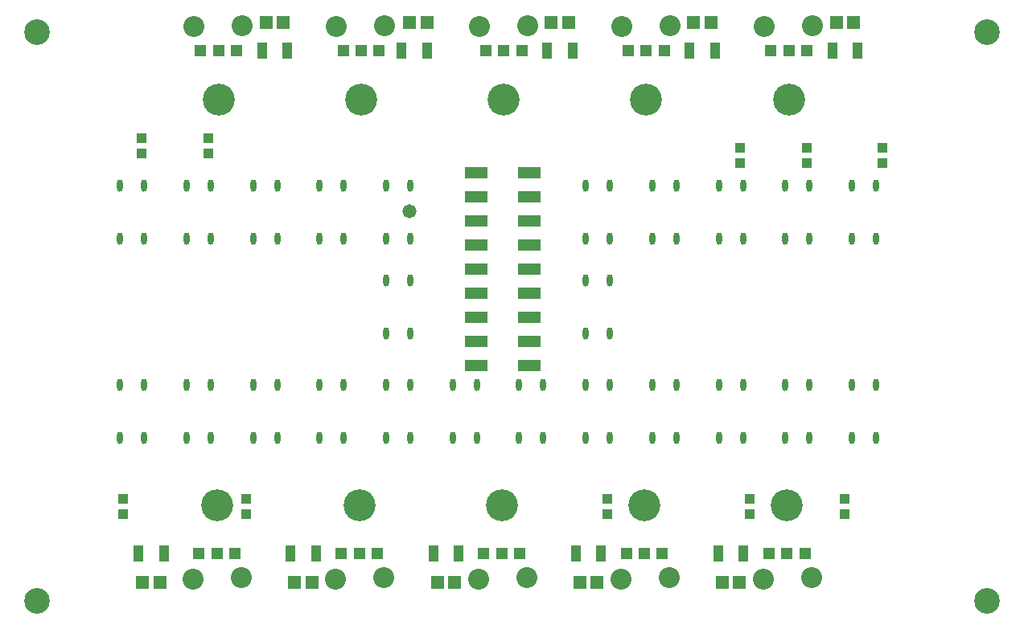
<source format=gts>
G04*
G04 #@! TF.GenerationSoftware,Altium Limited,Altium Designer,20.2.6 (244)*
G04*
G04 Layer_Color=8388736*
%FSLAX25Y25*%
%MOIN*%
G70*
G04*
G04 #@! TF.SameCoordinates,11CC61BE-19D2-43F9-9D8E-D9C9F4F45A32*
G04*
G04*
G04 #@! TF.FilePolarity,Negative*
G04*
G01*
G75*
%ADD14R,0.04182X0.04469*%
%ADD16R,0.05500X0.05800*%
%ADD17O,0.02362X0.05118*%
%ADD18R,0.09540X0.04816*%
%ADD19R,0.04343X0.06902*%
%ADD20C,0.13202*%
%ADD21R,0.04737X0.04737*%
%ADD22C,0.08674*%
%ADD23C,0.05800*%
%ADD24C,0.10642*%
D14*
X488189Y326045D02*
D03*
Y319624D02*
D03*
X181102Y329982D02*
D03*
Y323561D02*
D03*
X208661Y329982D02*
D03*
Y323561D02*
D03*
X429134Y326045D02*
D03*
Y319624D02*
D03*
X456693Y326045D02*
D03*
Y319624D02*
D03*
X472441Y173955D02*
D03*
Y180376D02*
D03*
X173228Y173955D02*
D03*
Y180376D02*
D03*
X224410Y173955D02*
D03*
Y180376D02*
D03*
X374016Y173955D02*
D03*
Y180376D02*
D03*
X433071Y173955D02*
D03*
Y180376D02*
D03*
D16*
X188586Y145669D02*
D03*
X181493D02*
D03*
X428743D02*
D03*
X421651D02*
D03*
X475987Y377953D02*
D03*
X468894D02*
D03*
X239767D02*
D03*
X232674D02*
D03*
X362595Y145669D02*
D03*
X369688D02*
D03*
X303540D02*
D03*
X310633D02*
D03*
X244485D02*
D03*
X251578D02*
D03*
X409839Y377953D02*
D03*
X416932D02*
D03*
X350784D02*
D03*
X357877D02*
D03*
X292120D02*
D03*
X299213D02*
D03*
D17*
X182165Y310236D02*
D03*
X172165D02*
D03*
Y288189D02*
D03*
X182165D02*
D03*
X430197D02*
D03*
X420197D02*
D03*
Y310236D02*
D03*
X430197D02*
D03*
X457756Y288189D02*
D03*
X447756D02*
D03*
Y310236D02*
D03*
X457756D02*
D03*
X485315Y288189D02*
D03*
X475315D02*
D03*
Y310236D02*
D03*
X485315D02*
D03*
X402638Y205512D02*
D03*
X392638D02*
D03*
Y227559D02*
D03*
X402638D02*
D03*
X319961Y205512D02*
D03*
X309961D02*
D03*
Y227559D02*
D03*
X319961D02*
D03*
X375079Y248819D02*
D03*
X365079D02*
D03*
Y270866D02*
D03*
X375079D02*
D03*
Y288189D02*
D03*
X365079D02*
D03*
Y310236D02*
D03*
X375079D02*
D03*
X402638Y288189D02*
D03*
X392638D02*
D03*
Y310236D02*
D03*
X402638D02*
D03*
X475315Y227559D02*
D03*
X485315D02*
D03*
Y205512D02*
D03*
X475315D02*
D03*
X447756Y227559D02*
D03*
X457756D02*
D03*
Y205512D02*
D03*
X447756D02*
D03*
X420197Y227559D02*
D03*
X430197D02*
D03*
Y205512D02*
D03*
X420197D02*
D03*
X199724Y227559D02*
D03*
X209724D02*
D03*
Y205512D02*
D03*
X199724D02*
D03*
X172165Y227559D02*
D03*
X182165Y205512D02*
D03*
Y227559D02*
D03*
X172165Y205512D02*
D03*
X264843Y288189D02*
D03*
X254842D02*
D03*
Y310236D02*
D03*
X264843D02*
D03*
X375079Y205512D02*
D03*
X365079D02*
D03*
Y227559D02*
D03*
X375079D02*
D03*
X347520Y205512D02*
D03*
X337520D02*
D03*
Y227559D02*
D03*
X347520D02*
D03*
X292402Y288189D02*
D03*
X282402D02*
D03*
Y310236D02*
D03*
X292402D02*
D03*
Y248819D02*
D03*
X282402D02*
D03*
Y270866D02*
D03*
X292402D02*
D03*
X237283Y205512D02*
D03*
X227284D02*
D03*
Y227559D02*
D03*
X237283D02*
D03*
X264843Y205512D02*
D03*
X254842D02*
D03*
Y227559D02*
D03*
X264843D02*
D03*
X292402Y205512D02*
D03*
X282402D02*
D03*
Y227559D02*
D03*
X292402D02*
D03*
X237283Y310236D02*
D03*
X227284D02*
D03*
Y288189D02*
D03*
X237283D02*
D03*
X209724Y310236D02*
D03*
X199724D02*
D03*
Y288189D02*
D03*
X209724D02*
D03*
D18*
X341831Y315591D02*
D03*
X319587D02*
D03*
X341831Y305591D02*
D03*
X319587D02*
D03*
X341831Y295590D02*
D03*
X319587D02*
D03*
X341831Y285591D02*
D03*
X319587D02*
D03*
X341831Y275590D02*
D03*
X319587D02*
D03*
X341831Y265591D02*
D03*
X319587D02*
D03*
X341831Y255591D02*
D03*
X319587D02*
D03*
X341831Y245590D02*
D03*
X319587D02*
D03*
X341831Y235591D02*
D03*
X319587D02*
D03*
D19*
X190256Y157480D02*
D03*
X179823D02*
D03*
X430413D02*
D03*
X419980D02*
D03*
X477658Y366142D02*
D03*
X467224D02*
D03*
X241437D02*
D03*
X231004D02*
D03*
X360925Y157480D02*
D03*
X371358D02*
D03*
X301870D02*
D03*
X312303D02*
D03*
X242815D02*
D03*
X253248D02*
D03*
X408169Y366142D02*
D03*
X418602D02*
D03*
X349114D02*
D03*
X359547D02*
D03*
X288779D02*
D03*
X299213D02*
D03*
D20*
X449213Y346063D02*
D03*
X390158D02*
D03*
X331102D02*
D03*
X272047D02*
D03*
X212992D02*
D03*
X212205Y177559D02*
D03*
X271260D02*
D03*
X330315D02*
D03*
X389370D02*
D03*
X448425D02*
D03*
D21*
X441732Y366142D02*
D03*
X449213D02*
D03*
X456693D02*
D03*
X382677D02*
D03*
X390158D02*
D03*
X397638D02*
D03*
X323622D02*
D03*
X331102D02*
D03*
X338583D02*
D03*
X264567D02*
D03*
X272047D02*
D03*
X279528D02*
D03*
X212992D02*
D03*
X220472D02*
D03*
X205512D02*
D03*
X322835Y157480D02*
D03*
X204724D02*
D03*
X212205D02*
D03*
X219685D02*
D03*
X263779D02*
D03*
X271260D02*
D03*
X278740D02*
D03*
X330315D02*
D03*
X337795D02*
D03*
X381890D02*
D03*
X389370D02*
D03*
X396850D02*
D03*
X440945D02*
D03*
X448425D02*
D03*
X455905D02*
D03*
D22*
X458976Y376673D02*
D03*
X438976Y376142D02*
D03*
X399921Y376673D02*
D03*
X379921Y376142D02*
D03*
X340866Y376673D02*
D03*
X320866Y376142D02*
D03*
X281811Y376673D02*
D03*
X261811Y376142D02*
D03*
X222756Y376673D02*
D03*
X202756Y376142D02*
D03*
X222441Y147480D02*
D03*
X202441Y146949D02*
D03*
X281496Y147480D02*
D03*
X261496Y146949D02*
D03*
X340551Y147480D02*
D03*
X320551Y146949D02*
D03*
X399606Y147480D02*
D03*
X379606Y146949D02*
D03*
X458661Y147480D02*
D03*
X438661Y146949D02*
D03*
D23*
X292126Y299606D02*
D03*
D24*
X137795Y137795D02*
D03*
X531496D02*
D03*
Y374016D02*
D03*
X137795D02*
D03*
M02*

</source>
